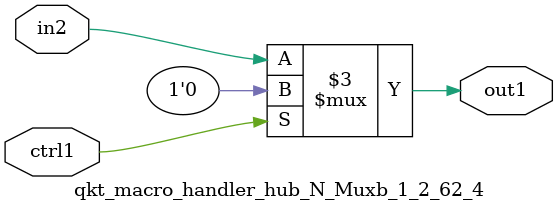
<source format=v>

`timescale 1ps / 1ps


module qkt_macro_handler_hub_N_Muxb_1_2_62_4( in2, ctrl1, out1 );

    input in2;
    input ctrl1;
    output out1;
    reg out1;

    
    // rtl_process:qkt_macro_handler_hub_N_Muxb_1_2_62_4/qkt_macro_handler_hub_N_Muxb_1_2_62_4_thread_1
    always @*
      begin : qkt_macro_handler_hub_N_Muxb_1_2_62_4_thread_1
        case (ctrl1) 
          1'b1: 
            begin
              out1 = 1'b0;
            end
          default: 
            begin
              out1 = in2;
            end
        endcase
      end

endmodule





</source>
